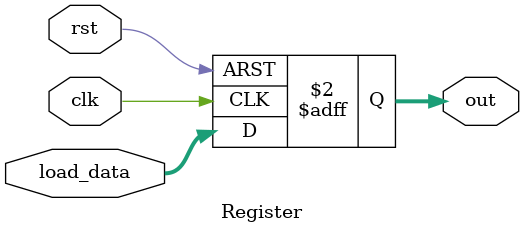
<source format=v>
module Register #(parameter N = 16, 
                  parameter [N - 1:0] INIT = {N{1'b0}})
                 (load_data, clk, rst, out);

    input [N - 1:0] load_data;
    input clk, rst;
    output reg [N - 1:0] out;

    always @(posedge clk or posedge rst) begin
        if (rst) out = INIT;
        else out = load_data;
    end

endmodule

</source>
